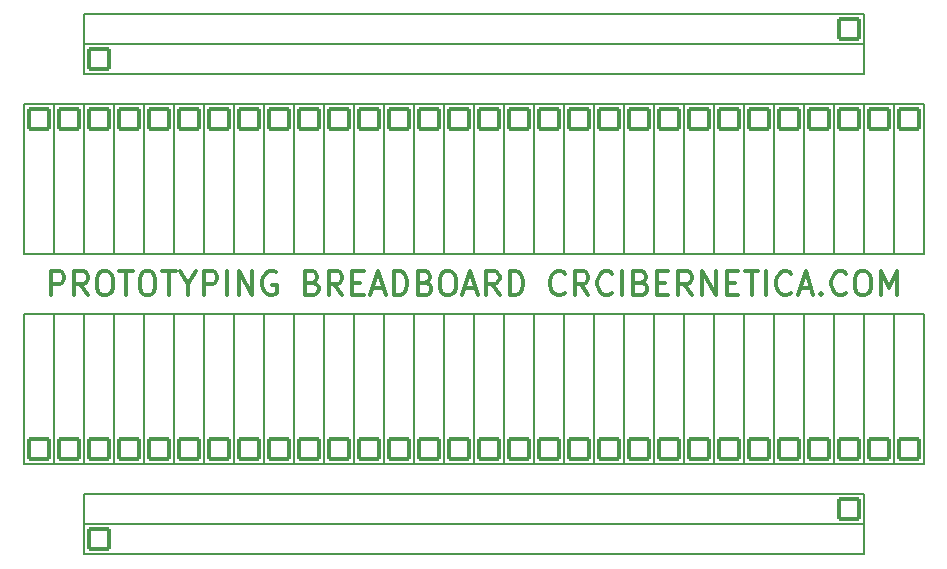
<source format=gbr>
%TF.GenerationSoftware,KiCad,Pcbnew,(6.0.7)*%
%TF.CreationDate,2022-10-24T07:09:43-06:00*%
%TF.ProjectId,AltoidsPCB,416c746f-6964-4735-9043-422e6b696361,rev?*%
%TF.SameCoordinates,Original*%
%TF.FileFunction,Legend,Top*%
%TF.FilePolarity,Positive*%
%FSLAX46Y46*%
G04 Gerber Fmt 4.6, Leading zero omitted, Abs format (unit mm)*
G04 Created by KiCad (PCBNEW (6.0.7)) date 2022-10-24 07:09:43*
%MOMM*%
%LPD*%
G01*
G04 APERTURE LIST*
G04 Aperture macros list*
%AMRoundRect*
0 Rectangle with rounded corners*
0 $1 Rounding radius*
0 $2 $3 $4 $5 $6 $7 $8 $9 X,Y pos of 4 corners*
0 Add a 4 corners polygon primitive as box body*
4,1,4,$2,$3,$4,$5,$6,$7,$8,$9,$2,$3,0*
0 Add four circle primitives for the rounded corners*
1,1,$1+$1,$2,$3*
1,1,$1+$1,$4,$5*
1,1,$1+$1,$6,$7*
1,1,$1+$1,$8,$9*
0 Add four rect primitives between the rounded corners*
20,1,$1+$1,$2,$3,$4,$5,0*
20,1,$1+$1,$4,$5,$6,$7,0*
20,1,$1+$1,$6,$7,$8,$9,0*
20,1,$1+$1,$8,$9,$2,$3,0*%
G04 Aperture macros list end*
%ADD10C,0.300000*%
%ADD11C,0.200000*%
%ADD12RoundRect,0.200000X0.850000X-0.850000X0.850000X0.850000X-0.850000X0.850000X-0.850000X-0.850000X0*%
%ADD13O,2.100000X2.100000*%
%ADD14RoundRect,0.200000X-0.850000X0.850000X-0.850000X-0.850000X0.850000X-0.850000X0.850000X0.850000X0*%
%ADD15RoundRect,0.200000X0.850000X0.850000X-0.850000X0.850000X-0.850000X-0.850000X0.850000X-0.850000X0*%
%ADD16RoundRect,0.200000X-0.850000X-0.850000X0.850000X-0.850000X0.850000X0.850000X-0.850000X0.850000X0*%
%ADD17C,2.100000*%
G04 APERTURE END LIST*
D10*
X102620476Y-84724761D02*
X102620476Y-82724761D01*
X103382380Y-82724761D01*
X103572857Y-82820000D01*
X103668095Y-82915238D01*
X103763333Y-83105714D01*
X103763333Y-83391428D01*
X103668095Y-83581904D01*
X103572857Y-83677142D01*
X103382380Y-83772380D01*
X102620476Y-83772380D01*
X105763333Y-84724761D02*
X105096666Y-83772380D01*
X104620476Y-84724761D02*
X104620476Y-82724761D01*
X105382380Y-82724761D01*
X105572857Y-82820000D01*
X105668095Y-82915238D01*
X105763333Y-83105714D01*
X105763333Y-83391428D01*
X105668095Y-83581904D01*
X105572857Y-83677142D01*
X105382380Y-83772380D01*
X104620476Y-83772380D01*
X107001428Y-82724761D02*
X107382380Y-82724761D01*
X107572857Y-82820000D01*
X107763333Y-83010476D01*
X107858571Y-83391428D01*
X107858571Y-84058095D01*
X107763333Y-84439047D01*
X107572857Y-84629523D01*
X107382380Y-84724761D01*
X107001428Y-84724761D01*
X106810952Y-84629523D01*
X106620476Y-84439047D01*
X106525238Y-84058095D01*
X106525238Y-83391428D01*
X106620476Y-83010476D01*
X106810952Y-82820000D01*
X107001428Y-82724761D01*
X108430000Y-82724761D02*
X109572857Y-82724761D01*
X109001428Y-84724761D02*
X109001428Y-82724761D01*
X110620476Y-82724761D02*
X111001428Y-82724761D01*
X111191904Y-82820000D01*
X111382380Y-83010476D01*
X111477619Y-83391428D01*
X111477619Y-84058095D01*
X111382380Y-84439047D01*
X111191904Y-84629523D01*
X111001428Y-84724761D01*
X110620476Y-84724761D01*
X110430000Y-84629523D01*
X110239523Y-84439047D01*
X110144285Y-84058095D01*
X110144285Y-83391428D01*
X110239523Y-83010476D01*
X110430000Y-82820000D01*
X110620476Y-82724761D01*
X112049047Y-82724761D02*
X113191904Y-82724761D01*
X112620476Y-84724761D02*
X112620476Y-82724761D01*
X114239523Y-83772380D02*
X114239523Y-84724761D01*
X113572857Y-82724761D02*
X114239523Y-83772380D01*
X114906190Y-82724761D01*
X115572857Y-84724761D02*
X115572857Y-82724761D01*
X116334761Y-82724761D01*
X116525238Y-82820000D01*
X116620476Y-82915238D01*
X116715714Y-83105714D01*
X116715714Y-83391428D01*
X116620476Y-83581904D01*
X116525238Y-83677142D01*
X116334761Y-83772380D01*
X115572857Y-83772380D01*
X117572857Y-84724761D02*
X117572857Y-82724761D01*
X118525238Y-84724761D02*
X118525238Y-82724761D01*
X119668095Y-84724761D01*
X119668095Y-82724761D01*
X121668095Y-82820000D02*
X121477619Y-82724761D01*
X121191904Y-82724761D01*
X120906190Y-82820000D01*
X120715714Y-83010476D01*
X120620476Y-83200952D01*
X120525238Y-83581904D01*
X120525238Y-83867619D01*
X120620476Y-84248571D01*
X120715714Y-84439047D01*
X120906190Y-84629523D01*
X121191904Y-84724761D01*
X121382380Y-84724761D01*
X121668095Y-84629523D01*
X121763333Y-84534285D01*
X121763333Y-83867619D01*
X121382380Y-83867619D01*
X124810952Y-83677142D02*
X125096666Y-83772380D01*
X125191904Y-83867619D01*
X125287142Y-84058095D01*
X125287142Y-84343809D01*
X125191904Y-84534285D01*
X125096666Y-84629523D01*
X124906190Y-84724761D01*
X124144285Y-84724761D01*
X124144285Y-82724761D01*
X124810952Y-82724761D01*
X125001428Y-82820000D01*
X125096666Y-82915238D01*
X125191904Y-83105714D01*
X125191904Y-83296190D01*
X125096666Y-83486666D01*
X125001428Y-83581904D01*
X124810952Y-83677142D01*
X124144285Y-83677142D01*
X127287142Y-84724761D02*
X126620476Y-83772380D01*
X126144285Y-84724761D02*
X126144285Y-82724761D01*
X126906190Y-82724761D01*
X127096666Y-82820000D01*
X127191904Y-82915238D01*
X127287142Y-83105714D01*
X127287142Y-83391428D01*
X127191904Y-83581904D01*
X127096666Y-83677142D01*
X126906190Y-83772380D01*
X126144285Y-83772380D01*
X128144285Y-83677142D02*
X128810952Y-83677142D01*
X129096666Y-84724761D02*
X128144285Y-84724761D01*
X128144285Y-82724761D01*
X129096666Y-82724761D01*
X129858571Y-84153333D02*
X130810952Y-84153333D01*
X129668095Y-84724761D02*
X130334761Y-82724761D01*
X131001428Y-84724761D01*
X131668095Y-84724761D02*
X131668095Y-82724761D01*
X132144285Y-82724761D01*
X132430000Y-82820000D01*
X132620476Y-83010476D01*
X132715714Y-83200952D01*
X132810952Y-83581904D01*
X132810952Y-83867619D01*
X132715714Y-84248571D01*
X132620476Y-84439047D01*
X132430000Y-84629523D01*
X132144285Y-84724761D01*
X131668095Y-84724761D01*
X134334761Y-83677142D02*
X134620476Y-83772380D01*
X134715714Y-83867619D01*
X134810952Y-84058095D01*
X134810952Y-84343809D01*
X134715714Y-84534285D01*
X134620476Y-84629523D01*
X134430000Y-84724761D01*
X133668095Y-84724761D01*
X133668095Y-82724761D01*
X134334761Y-82724761D01*
X134525238Y-82820000D01*
X134620476Y-82915238D01*
X134715714Y-83105714D01*
X134715714Y-83296190D01*
X134620476Y-83486666D01*
X134525238Y-83581904D01*
X134334761Y-83677142D01*
X133668095Y-83677142D01*
X136049047Y-82724761D02*
X136430000Y-82724761D01*
X136620476Y-82820000D01*
X136810952Y-83010476D01*
X136906190Y-83391428D01*
X136906190Y-84058095D01*
X136810952Y-84439047D01*
X136620476Y-84629523D01*
X136430000Y-84724761D01*
X136049047Y-84724761D01*
X135858571Y-84629523D01*
X135668095Y-84439047D01*
X135572857Y-84058095D01*
X135572857Y-83391428D01*
X135668095Y-83010476D01*
X135858571Y-82820000D01*
X136049047Y-82724761D01*
X137668095Y-84153333D02*
X138620476Y-84153333D01*
X137477619Y-84724761D02*
X138144285Y-82724761D01*
X138810952Y-84724761D01*
X140620476Y-84724761D02*
X139953809Y-83772380D01*
X139477619Y-84724761D02*
X139477619Y-82724761D01*
X140239523Y-82724761D01*
X140430000Y-82820000D01*
X140525238Y-82915238D01*
X140620476Y-83105714D01*
X140620476Y-83391428D01*
X140525238Y-83581904D01*
X140430000Y-83677142D01*
X140239523Y-83772380D01*
X139477619Y-83772380D01*
X141477619Y-84724761D02*
X141477619Y-82724761D01*
X141953809Y-82724761D01*
X142239523Y-82820000D01*
X142430000Y-83010476D01*
X142525238Y-83200952D01*
X142620476Y-83581904D01*
X142620476Y-83867619D01*
X142525238Y-84248571D01*
X142430000Y-84439047D01*
X142239523Y-84629523D01*
X141953809Y-84724761D01*
X141477619Y-84724761D01*
X146144285Y-84534285D02*
X146049047Y-84629523D01*
X145763333Y-84724761D01*
X145572857Y-84724761D01*
X145287142Y-84629523D01*
X145096666Y-84439047D01*
X145001428Y-84248571D01*
X144906190Y-83867619D01*
X144906190Y-83581904D01*
X145001428Y-83200952D01*
X145096666Y-83010476D01*
X145287142Y-82820000D01*
X145572857Y-82724761D01*
X145763333Y-82724761D01*
X146049047Y-82820000D01*
X146144285Y-82915238D01*
X148144285Y-84724761D02*
X147477619Y-83772380D01*
X147001428Y-84724761D02*
X147001428Y-82724761D01*
X147763333Y-82724761D01*
X147953809Y-82820000D01*
X148049047Y-82915238D01*
X148144285Y-83105714D01*
X148144285Y-83391428D01*
X148049047Y-83581904D01*
X147953809Y-83677142D01*
X147763333Y-83772380D01*
X147001428Y-83772380D01*
X150144285Y-84534285D02*
X150049047Y-84629523D01*
X149763333Y-84724761D01*
X149572857Y-84724761D01*
X149287142Y-84629523D01*
X149096666Y-84439047D01*
X149001428Y-84248571D01*
X148906190Y-83867619D01*
X148906190Y-83581904D01*
X149001428Y-83200952D01*
X149096666Y-83010476D01*
X149287142Y-82820000D01*
X149572857Y-82724761D01*
X149763333Y-82724761D01*
X150049047Y-82820000D01*
X150144285Y-82915238D01*
X151001428Y-84724761D02*
X151001428Y-82724761D01*
X152620476Y-83677142D02*
X152906190Y-83772380D01*
X153001428Y-83867619D01*
X153096666Y-84058095D01*
X153096666Y-84343809D01*
X153001428Y-84534285D01*
X152906190Y-84629523D01*
X152715714Y-84724761D01*
X151953809Y-84724761D01*
X151953809Y-82724761D01*
X152620476Y-82724761D01*
X152810952Y-82820000D01*
X152906190Y-82915238D01*
X153001428Y-83105714D01*
X153001428Y-83296190D01*
X152906190Y-83486666D01*
X152810952Y-83581904D01*
X152620476Y-83677142D01*
X151953809Y-83677142D01*
X153953809Y-83677142D02*
X154620476Y-83677142D01*
X154906190Y-84724761D02*
X153953809Y-84724761D01*
X153953809Y-82724761D01*
X154906190Y-82724761D01*
X156906190Y-84724761D02*
X156239523Y-83772380D01*
X155763333Y-84724761D02*
X155763333Y-82724761D01*
X156525238Y-82724761D01*
X156715714Y-82820000D01*
X156810952Y-82915238D01*
X156906190Y-83105714D01*
X156906190Y-83391428D01*
X156810952Y-83581904D01*
X156715714Y-83677142D01*
X156525238Y-83772380D01*
X155763333Y-83772380D01*
X157763333Y-84724761D02*
X157763333Y-82724761D01*
X158906190Y-84724761D01*
X158906190Y-82724761D01*
X159858571Y-83677142D02*
X160525238Y-83677142D01*
X160810952Y-84724761D02*
X159858571Y-84724761D01*
X159858571Y-82724761D01*
X160810952Y-82724761D01*
X161382380Y-82724761D02*
X162525238Y-82724761D01*
X161953809Y-84724761D02*
X161953809Y-82724761D01*
X163191904Y-84724761D02*
X163191904Y-82724761D01*
X165287142Y-84534285D02*
X165191904Y-84629523D01*
X164906190Y-84724761D01*
X164715714Y-84724761D01*
X164430000Y-84629523D01*
X164239523Y-84439047D01*
X164144285Y-84248571D01*
X164049047Y-83867619D01*
X164049047Y-83581904D01*
X164144285Y-83200952D01*
X164239523Y-83010476D01*
X164430000Y-82820000D01*
X164715714Y-82724761D01*
X164906190Y-82724761D01*
X165191904Y-82820000D01*
X165287142Y-82915238D01*
X166049047Y-84153333D02*
X167001428Y-84153333D01*
X165858571Y-84724761D02*
X166525238Y-82724761D01*
X167191904Y-84724761D01*
X167858571Y-84534285D02*
X167953809Y-84629523D01*
X167858571Y-84724761D01*
X167763333Y-84629523D01*
X167858571Y-84534285D01*
X167858571Y-84724761D01*
X169953809Y-84534285D02*
X169858571Y-84629523D01*
X169572857Y-84724761D01*
X169382380Y-84724761D01*
X169096666Y-84629523D01*
X168906190Y-84439047D01*
X168810952Y-84248571D01*
X168715714Y-83867619D01*
X168715714Y-83581904D01*
X168810952Y-83200952D01*
X168906190Y-83010476D01*
X169096666Y-82820000D01*
X169382380Y-82724761D01*
X169572857Y-82724761D01*
X169858571Y-82820000D01*
X169953809Y-82915238D01*
X171191904Y-82724761D02*
X171572857Y-82724761D01*
X171763333Y-82820000D01*
X171953809Y-83010476D01*
X172049047Y-83391428D01*
X172049047Y-84058095D01*
X171953809Y-84439047D01*
X171763333Y-84629523D01*
X171572857Y-84724761D01*
X171191904Y-84724761D01*
X171001428Y-84629523D01*
X170810952Y-84439047D01*
X170715714Y-84058095D01*
X170715714Y-83391428D01*
X170810952Y-83010476D01*
X171001428Y-82820000D01*
X171191904Y-82724761D01*
X172906190Y-84724761D02*
X172906190Y-82724761D01*
X173572857Y-84153333D01*
X174239523Y-82724761D01*
X174239523Y-84724761D01*
D11*
X135890000Y-81280000D02*
X135890000Y-68580000D01*
X120650000Y-81280000D02*
X120650000Y-68580000D01*
X171450000Y-81280000D02*
X171450000Y-68580000D01*
X168910000Y-81280000D02*
X168910000Y-68580000D01*
X161290000Y-81280000D02*
X161290000Y-68580000D01*
X128270000Y-81280000D02*
X128270000Y-68580000D01*
X158750000Y-81280000D02*
X158750000Y-68580000D01*
X133350000Y-81280000D02*
X133350000Y-68580000D01*
X151130000Y-81280000D02*
X151130000Y-68580000D01*
X148590000Y-81280000D02*
X148590000Y-68580000D01*
X138430000Y-81280000D02*
X138430000Y-68580000D01*
X156210000Y-81280000D02*
X156210000Y-68580000D01*
X140970000Y-81280000D02*
X140970000Y-68580000D01*
X153670000Y-81280000D02*
X153670000Y-68580000D01*
X146050000Y-81280000D02*
X146050000Y-68580000D01*
X125730000Y-81280000D02*
X125730000Y-68580000D01*
X130810000Y-81280000D02*
X130810000Y-68580000D01*
X123190000Y-81280000D02*
X123190000Y-68580000D01*
X102870000Y-68580000D02*
X105410000Y-68580000D01*
X173990000Y-81280000D02*
X173990000Y-68580000D01*
X166370000Y-81280000D02*
X166370000Y-68580000D01*
X163830000Y-81280000D02*
X163830000Y-68580000D01*
X143510000Y-81280000D02*
X143510000Y-68580000D01*
X105410000Y-68580000D02*
X107950000Y-68580000D01*
X161290000Y-68580000D02*
X163830000Y-68580000D01*
X138430000Y-68580000D02*
X140970000Y-68580000D01*
X107950000Y-68580000D02*
X110490000Y-68580000D01*
X146050000Y-68580000D02*
X148590000Y-68580000D01*
X156210000Y-68580000D02*
X158750000Y-68580000D01*
X120650000Y-68580000D02*
X123190000Y-68580000D01*
X128270000Y-68580000D02*
X130810000Y-68580000D01*
X166370000Y-68580000D02*
X168910000Y-68580000D01*
X148590000Y-68580000D02*
X151130000Y-68580000D01*
X130810000Y-68580000D02*
X133350000Y-68580000D01*
X125730000Y-68580000D02*
X128270000Y-68580000D01*
X171450000Y-68580000D02*
X173990000Y-68580000D01*
X135890000Y-68580000D02*
X138430000Y-68580000D01*
X115570000Y-68580000D02*
X118110000Y-68580000D01*
X173990000Y-68580000D02*
X176530000Y-68580000D01*
X151130000Y-68580000D02*
X153670000Y-68580000D01*
X143510000Y-68580000D02*
X146050000Y-68580000D01*
X123190000Y-68580000D02*
X125730000Y-68580000D01*
X118110000Y-68580000D02*
X120650000Y-68580000D01*
X113030000Y-68580000D02*
X115570000Y-68580000D01*
X153670000Y-68580000D02*
X156210000Y-68580000D01*
X168910000Y-68580000D02*
X171450000Y-68580000D01*
X158750000Y-68580000D02*
X161290000Y-68580000D01*
X163830000Y-68580000D02*
X166370000Y-68580000D01*
X133350000Y-68580000D02*
X135890000Y-68580000D01*
X140970000Y-68580000D02*
X143510000Y-68580000D01*
X110490000Y-68580000D02*
X113030000Y-68580000D01*
X123190000Y-68580000D02*
X123190000Y-81280000D01*
X113030000Y-68580000D02*
X113030000Y-81280000D01*
X151130000Y-68580000D02*
X151130000Y-81280000D01*
X148590000Y-68580000D02*
X148590000Y-81280000D01*
X146050000Y-68580000D02*
X146050000Y-81280000D01*
X143510000Y-68580000D02*
X143510000Y-81280000D01*
X140970000Y-68580000D02*
X140970000Y-81280000D01*
X138430000Y-68580000D02*
X138430000Y-81280000D01*
X135890000Y-68580000D02*
X135890000Y-81280000D01*
X133350000Y-68580000D02*
X133350000Y-81280000D01*
X118110000Y-68580000D02*
X118110000Y-81280000D01*
X107950000Y-68580000D02*
X107950000Y-81280000D01*
X130810000Y-68580000D02*
X130810000Y-81280000D01*
X120650000Y-68580000D02*
X120650000Y-81280000D01*
X128270000Y-68580000D02*
X128270000Y-81280000D01*
X125730000Y-68580000D02*
X125730000Y-81280000D01*
X115570000Y-68580000D02*
X115570000Y-81280000D01*
X110490000Y-68580000D02*
X110490000Y-81280000D01*
X105410000Y-68580000D02*
X105410000Y-81280000D01*
X156210000Y-68580000D02*
X156210000Y-81280000D01*
X110490000Y-81280000D02*
X107950000Y-81280000D01*
X161290000Y-68580000D02*
X161290000Y-81280000D01*
X107950000Y-81280000D02*
X105410000Y-81280000D01*
X173990000Y-68580000D02*
X173990000Y-81280000D01*
X168910000Y-68580000D02*
X168910000Y-81280000D01*
X158750000Y-68580000D02*
X158750000Y-81280000D01*
X125730000Y-81280000D02*
X123190000Y-81280000D01*
X163830000Y-68580000D02*
X163830000Y-81280000D01*
X176530000Y-68580000D02*
X176530000Y-81280000D01*
X153670000Y-68580000D02*
X153670000Y-81280000D01*
X171450000Y-68580000D02*
X171450000Y-81280000D01*
X118110000Y-81280000D02*
X115570000Y-81280000D01*
X166370000Y-68580000D02*
X166370000Y-81280000D01*
X135890000Y-81280000D02*
X133350000Y-81280000D01*
X133350000Y-81280000D02*
X130810000Y-81280000D01*
X130810000Y-81280000D02*
X128270000Y-81280000D01*
X123190000Y-81280000D02*
X120650000Y-81280000D01*
X120650000Y-81280000D02*
X118110000Y-81280000D01*
X115570000Y-81280000D02*
X113030000Y-81280000D01*
X113030000Y-81280000D02*
X110490000Y-81280000D01*
X105410000Y-81280000D02*
X102870000Y-81280000D01*
X128270000Y-81280000D02*
X125730000Y-81280000D01*
X118110000Y-81280000D02*
X118110000Y-68580000D01*
X115570000Y-81280000D02*
X115570000Y-68580000D01*
X173990000Y-81280000D02*
X171450000Y-81280000D01*
X113030000Y-81280000D02*
X113030000Y-68580000D01*
X110490000Y-81280000D02*
X110490000Y-68580000D01*
X102870000Y-81280000D02*
X102870000Y-68580000D01*
X163830000Y-81280000D02*
X161290000Y-81280000D01*
X107950000Y-81280000D02*
X107950000Y-68580000D01*
X105410000Y-81280000D02*
X105410000Y-68580000D01*
X140970000Y-81280000D02*
X138430000Y-81280000D01*
X166370000Y-81280000D02*
X163830000Y-81280000D01*
X161290000Y-81280000D02*
X158750000Y-81280000D01*
X158750000Y-81280000D02*
X156210000Y-81280000D01*
X143510000Y-81280000D02*
X140970000Y-81280000D01*
X171450000Y-81280000D02*
X168910000Y-81280000D01*
X138430000Y-81280000D02*
X135890000Y-81280000D01*
X153670000Y-81280000D02*
X151130000Y-81280000D01*
X176530000Y-81280000D02*
X173990000Y-81280000D01*
X168910000Y-81280000D02*
X166370000Y-81280000D01*
X156210000Y-81280000D02*
X153670000Y-81280000D01*
X151130000Y-81280000D02*
X148590000Y-81280000D01*
X148590000Y-81280000D02*
X146050000Y-81280000D01*
X146050000Y-81280000D02*
X143510000Y-81280000D01*
X100330000Y-68580000D02*
X102870000Y-68580000D01*
X100330000Y-81280000D02*
X100330000Y-68580000D01*
X102870000Y-81280000D02*
X100330000Y-81280000D01*
X102870000Y-68580000D02*
X102870000Y-81280000D01*
X173990000Y-86360000D02*
X176530000Y-86360000D01*
X171450000Y-86360000D02*
X173990000Y-86360000D01*
X168910000Y-86360000D02*
X171450000Y-86360000D01*
X166370000Y-86360000D02*
X168910000Y-86360000D01*
X163830000Y-86360000D02*
X166370000Y-86360000D01*
X161290000Y-86360000D02*
X163830000Y-86360000D01*
X158750000Y-86360000D02*
X161290000Y-86360000D01*
X156210000Y-86360000D02*
X158750000Y-86360000D01*
X153670000Y-86360000D02*
X156210000Y-86360000D01*
X151130000Y-86360000D02*
X153670000Y-86360000D01*
X148590000Y-86360000D02*
X151130000Y-86360000D01*
X146050000Y-86360000D02*
X148590000Y-86360000D01*
X143510000Y-86360000D02*
X146050000Y-86360000D01*
X140970000Y-86360000D02*
X143510000Y-86360000D01*
X138430000Y-86360000D02*
X140970000Y-86360000D01*
X135890000Y-86360000D02*
X138430000Y-86360000D01*
X133350000Y-86360000D02*
X135890000Y-86360000D01*
X130810000Y-86360000D02*
X133350000Y-86360000D01*
X128270000Y-86360000D02*
X130810000Y-86360000D01*
X125730000Y-86360000D02*
X128270000Y-86360000D01*
X123190000Y-86360000D02*
X125730000Y-86360000D01*
X120650000Y-86360000D02*
X123190000Y-86360000D01*
X118110000Y-86360000D02*
X120650000Y-86360000D01*
X115570000Y-86360000D02*
X118110000Y-86360000D01*
X113030000Y-86360000D02*
X115570000Y-86360000D01*
X110490000Y-86360000D02*
X113030000Y-86360000D01*
X107950000Y-86360000D02*
X110490000Y-86360000D01*
X105410000Y-86360000D02*
X107950000Y-86360000D01*
X102870000Y-86360000D02*
X105410000Y-86360000D01*
X173990000Y-99060000D02*
X173990000Y-86360000D01*
X171450000Y-99060000D02*
X171450000Y-86360000D01*
X168910000Y-99060000D02*
X168910000Y-86360000D01*
X166370000Y-99060000D02*
X166370000Y-86360000D01*
X163830000Y-99060000D02*
X163830000Y-86360000D01*
X161290000Y-99060000D02*
X161290000Y-86360000D01*
X158750000Y-99060000D02*
X158750000Y-86360000D01*
X156210000Y-99060000D02*
X156210000Y-86360000D01*
X153670000Y-99060000D02*
X153670000Y-86360000D01*
X151130000Y-99060000D02*
X151130000Y-86360000D01*
X148590000Y-99060000D02*
X148590000Y-86360000D01*
X146050000Y-99060000D02*
X146050000Y-86360000D01*
X143510000Y-99060000D02*
X143510000Y-86360000D01*
X140970000Y-99060000D02*
X140970000Y-86360000D01*
X138430000Y-99060000D02*
X138430000Y-86360000D01*
X135890000Y-99060000D02*
X135890000Y-86360000D01*
X133350000Y-99060000D02*
X133350000Y-86360000D01*
X130810000Y-99060000D02*
X130810000Y-86360000D01*
X128270000Y-99060000D02*
X128270000Y-86360000D01*
X125730000Y-99060000D02*
X125730000Y-86360000D01*
X123190000Y-99060000D02*
X123190000Y-86360000D01*
X120650000Y-99060000D02*
X120650000Y-86360000D01*
X118110000Y-99060000D02*
X118110000Y-86360000D01*
X115570000Y-99060000D02*
X115570000Y-86360000D01*
X113030000Y-99060000D02*
X113030000Y-86360000D01*
X110490000Y-99060000D02*
X110490000Y-86360000D01*
X107950000Y-99060000D02*
X107950000Y-86360000D01*
X105410000Y-99060000D02*
X105410000Y-86360000D01*
X102870000Y-99060000D02*
X102870000Y-86360000D01*
X176530000Y-99060000D02*
X173990000Y-99060000D01*
X173990000Y-99060000D02*
X171450000Y-99060000D01*
X171450000Y-99060000D02*
X168910000Y-99060000D01*
X168910000Y-99060000D02*
X166370000Y-99060000D01*
X166370000Y-99060000D02*
X163830000Y-99060000D01*
X163830000Y-99060000D02*
X161290000Y-99060000D01*
X161290000Y-99060000D02*
X158750000Y-99060000D01*
X158750000Y-99060000D02*
X156210000Y-99060000D01*
X156210000Y-99060000D02*
X153670000Y-99060000D01*
X153670000Y-99060000D02*
X151130000Y-99060000D01*
X151130000Y-99060000D02*
X148590000Y-99060000D01*
X148590000Y-99060000D02*
X146050000Y-99060000D01*
X146050000Y-99060000D02*
X143510000Y-99060000D01*
X143510000Y-99060000D02*
X140970000Y-99060000D01*
X140970000Y-99060000D02*
X138430000Y-99060000D01*
X138430000Y-99060000D02*
X135890000Y-99060000D01*
X135890000Y-99060000D02*
X133350000Y-99060000D01*
X133350000Y-99060000D02*
X130810000Y-99060000D01*
X130810000Y-99060000D02*
X128270000Y-99060000D01*
X128270000Y-99060000D02*
X125730000Y-99060000D01*
X125730000Y-99060000D02*
X123190000Y-99060000D01*
X123190000Y-99060000D02*
X120650000Y-99060000D01*
X120650000Y-99060000D02*
X118110000Y-99060000D01*
X118110000Y-99060000D02*
X115570000Y-99060000D01*
X115570000Y-99060000D02*
X113030000Y-99060000D01*
X113030000Y-99060000D02*
X110490000Y-99060000D01*
X110490000Y-99060000D02*
X107950000Y-99060000D01*
X107950000Y-99060000D02*
X105410000Y-99060000D01*
X105410000Y-99060000D02*
X102870000Y-99060000D01*
X176530000Y-86360000D02*
X176530000Y-99060000D01*
X173990000Y-86360000D02*
X173990000Y-99060000D01*
X171450000Y-86360000D02*
X171450000Y-99060000D01*
X168910000Y-86360000D02*
X168910000Y-99060000D01*
X166370000Y-86360000D02*
X166370000Y-99060000D01*
X163830000Y-86360000D02*
X163830000Y-99060000D01*
X161290000Y-86360000D02*
X161290000Y-99060000D01*
X158750000Y-86360000D02*
X158750000Y-99060000D01*
X156210000Y-86360000D02*
X156210000Y-99060000D01*
X153670000Y-86360000D02*
X153670000Y-99060000D01*
X151130000Y-86360000D02*
X151130000Y-99060000D01*
X148590000Y-86360000D02*
X148590000Y-99060000D01*
X146050000Y-86360000D02*
X146050000Y-99060000D01*
X143510000Y-86360000D02*
X143510000Y-99060000D01*
X140970000Y-86360000D02*
X140970000Y-99060000D01*
X138430000Y-86360000D02*
X138430000Y-99060000D01*
X135890000Y-86360000D02*
X135890000Y-99060000D01*
X133350000Y-86360000D02*
X133350000Y-99060000D01*
X130810000Y-86360000D02*
X130810000Y-99060000D01*
X128270000Y-86360000D02*
X128270000Y-99060000D01*
X125730000Y-86360000D02*
X125730000Y-99060000D01*
X123190000Y-86360000D02*
X123190000Y-99060000D01*
X120650000Y-86360000D02*
X120650000Y-99060000D01*
X118110000Y-86360000D02*
X118110000Y-99060000D01*
X115570000Y-86360000D02*
X115570000Y-99060000D01*
X113030000Y-86360000D02*
X113030000Y-99060000D01*
X110490000Y-86360000D02*
X110490000Y-99060000D01*
X107950000Y-86360000D02*
X107950000Y-99060000D01*
X105410000Y-86360000D02*
X105410000Y-99060000D01*
X100330000Y-99060000D02*
X100330000Y-86360000D01*
X102870000Y-99060000D02*
X100330000Y-99060000D01*
X102870000Y-86360000D02*
X102870000Y-99060000D01*
X100330000Y-86360000D02*
X102870000Y-86360000D01*
X105410000Y-104140000D02*
X171450000Y-104140000D01*
X105410000Y-106680000D02*
X105410000Y-101600000D01*
X171450000Y-106680000D02*
X105410000Y-106680000D01*
X171450000Y-101600000D02*
X171450000Y-106680000D01*
X105410000Y-101600000D02*
X171450000Y-101600000D01*
X105410000Y-66040000D02*
X105410000Y-63500000D01*
X171450000Y-66040000D02*
X105410000Y-66040000D01*
X171450000Y-63500000D02*
X171450000Y-66040000D01*
X171450000Y-60960000D02*
X171450000Y-63500000D01*
X105410000Y-60960000D02*
X171450000Y-60960000D01*
X105410000Y-63500000D02*
X105410000Y-60960000D01*
X105410000Y-63500000D02*
X171450000Y-63500000D01*
%LPC*%
D12*
%TO.C,J2*%
X106680000Y-105410000D03*
D13*
X109220000Y-105410000D03*
X111760000Y-105410000D03*
X114300000Y-105410000D03*
X116840000Y-105410000D03*
X119380000Y-105410000D03*
X121920000Y-105410000D03*
X124460000Y-105410000D03*
X127000000Y-105410000D03*
X129540000Y-105410000D03*
X132080000Y-105410000D03*
X134620000Y-105410000D03*
X137160000Y-105410000D03*
X139700000Y-105410000D03*
X142240000Y-105410000D03*
X144780000Y-105410000D03*
X147320000Y-105410000D03*
X149860000Y-105410000D03*
X152400000Y-105410000D03*
X154940000Y-105410000D03*
X157480000Y-105410000D03*
X160020000Y-105410000D03*
X162560000Y-105410000D03*
X165100000Y-105410000D03*
X167640000Y-105410000D03*
X170180000Y-105410000D03*
%TD*%
D14*
%TO.C,J2*%
X170180000Y-102870000D03*
D13*
X167640000Y-102870000D03*
X165100000Y-102870000D03*
X162560000Y-102870000D03*
X160020000Y-102870000D03*
X157480000Y-102870000D03*
X154940000Y-102870000D03*
X152400000Y-102870000D03*
X149860000Y-102870000D03*
X147320000Y-102870000D03*
X144780000Y-102870000D03*
X142240000Y-102870000D03*
X139700000Y-102870000D03*
X137160000Y-102870000D03*
X134620000Y-102870000D03*
X132080000Y-102870000D03*
X129540000Y-102870000D03*
X127000000Y-102870000D03*
X124460000Y-102870000D03*
X121920000Y-102870000D03*
X119380000Y-102870000D03*
X116840000Y-102870000D03*
X114300000Y-102870000D03*
X111760000Y-102870000D03*
X109220000Y-102870000D03*
X106680000Y-102870000D03*
%TD*%
D14*
%TO.C,J2*%
X170180000Y-62230000D03*
D13*
X167640000Y-62230000D03*
X165100000Y-62230000D03*
X162560000Y-62230000D03*
X160020000Y-62230000D03*
X157480000Y-62230000D03*
X154940000Y-62230000D03*
X152400000Y-62230000D03*
X149860000Y-62230000D03*
X147320000Y-62230000D03*
X144780000Y-62230000D03*
X142240000Y-62230000D03*
X139700000Y-62230000D03*
X137160000Y-62230000D03*
X134620000Y-62230000D03*
X132080000Y-62230000D03*
X129540000Y-62230000D03*
X127000000Y-62230000D03*
X124460000Y-62230000D03*
X121920000Y-62230000D03*
X119380000Y-62230000D03*
X116840000Y-62230000D03*
X114300000Y-62230000D03*
X111760000Y-62230000D03*
X109220000Y-62230000D03*
X106680000Y-62230000D03*
%TD*%
D12*
%TO.C,J2*%
X106680000Y-64770000D03*
D13*
X109220000Y-64770000D03*
X111760000Y-64770000D03*
X114300000Y-64770000D03*
X116840000Y-64770000D03*
X119380000Y-64770000D03*
X121920000Y-64770000D03*
X124460000Y-64770000D03*
X127000000Y-64770000D03*
X129540000Y-64770000D03*
X132080000Y-64770000D03*
X134620000Y-64770000D03*
X137160000Y-64770000D03*
X139700000Y-64770000D03*
X142240000Y-64770000D03*
X144780000Y-64770000D03*
X147320000Y-64770000D03*
X149860000Y-64770000D03*
X152400000Y-64770000D03*
X154940000Y-64770000D03*
X157480000Y-64770000D03*
X160020000Y-64770000D03*
X162560000Y-64770000D03*
X165100000Y-64770000D03*
X167640000Y-64770000D03*
X170180000Y-64770000D03*
%TD*%
D15*
%TO.C,J1*%
X114300000Y-97790000D03*
D13*
X114300000Y-95250000D03*
X114300000Y-92710000D03*
X114300000Y-90170000D03*
X114300000Y-87630000D03*
%TD*%
D15*
%TO.C,J1*%
X104140000Y-97790000D03*
D13*
X104140000Y-95250000D03*
X104140000Y-92710000D03*
X104140000Y-90170000D03*
X104140000Y-87630000D03*
%TD*%
D15*
%TO.C,J1*%
X119380000Y-97790000D03*
D13*
X119380000Y-95250000D03*
X119380000Y-92710000D03*
X119380000Y-90170000D03*
X119380000Y-87630000D03*
%TD*%
D15*
%TO.C,J1*%
X116840000Y-97790000D03*
D13*
X116840000Y-95250000D03*
X116840000Y-92710000D03*
X116840000Y-90170000D03*
X116840000Y-87630000D03*
%TD*%
D15*
%TO.C,J1*%
X111760000Y-97790000D03*
D13*
X111760000Y-95250000D03*
X111760000Y-92710000D03*
X111760000Y-90170000D03*
X111760000Y-87630000D03*
%TD*%
D15*
%TO.C,J1*%
X106680000Y-97790000D03*
D13*
X106680000Y-95250000D03*
X106680000Y-92710000D03*
X106680000Y-90170000D03*
X106680000Y-87630000D03*
%TD*%
D15*
%TO.C,J1*%
X121920000Y-97790000D03*
D13*
X121920000Y-95250000D03*
X121920000Y-92710000D03*
X121920000Y-90170000D03*
X121920000Y-87630000D03*
%TD*%
D15*
%TO.C,J1*%
X109220000Y-97790000D03*
D13*
X109220000Y-95250000D03*
X109220000Y-92710000D03*
X109220000Y-90170000D03*
X109220000Y-87630000D03*
%TD*%
D15*
%TO.C,J1*%
X101600000Y-97790000D03*
D13*
X101600000Y-95250000D03*
X101600000Y-92710000D03*
X101600000Y-90170000D03*
X101600000Y-87630000D03*
%TD*%
D15*
%TO.C,J1*%
X172720000Y-97790000D03*
D13*
X172720000Y-95250000D03*
X172720000Y-92710000D03*
X172720000Y-90170000D03*
X172720000Y-87630000D03*
%TD*%
D15*
%TO.C,J1*%
X154940000Y-97790000D03*
D13*
X154940000Y-95250000D03*
X154940000Y-92710000D03*
X154940000Y-90170000D03*
X154940000Y-87630000D03*
%TD*%
D15*
%TO.C,J1*%
X149860000Y-97790000D03*
D13*
X149860000Y-95250000D03*
X149860000Y-92710000D03*
X149860000Y-90170000D03*
X149860000Y-87630000D03*
%TD*%
D15*
%TO.C,J1*%
X170180000Y-97790000D03*
D13*
X170180000Y-95250000D03*
X170180000Y-92710000D03*
X170180000Y-90170000D03*
X170180000Y-87630000D03*
%TD*%
D15*
%TO.C,J1*%
X152400000Y-97790000D03*
D13*
X152400000Y-95250000D03*
X152400000Y-92710000D03*
X152400000Y-90170000D03*
X152400000Y-87630000D03*
%TD*%
D15*
%TO.C,J1*%
X157480000Y-97790000D03*
D13*
X157480000Y-95250000D03*
X157480000Y-92710000D03*
X157480000Y-90170000D03*
X157480000Y-87630000D03*
%TD*%
D15*
%TO.C,J1*%
X160020000Y-97790000D03*
D13*
X160020000Y-95250000D03*
X160020000Y-92710000D03*
X160020000Y-90170000D03*
X160020000Y-87630000D03*
%TD*%
D15*
%TO.C,J1*%
X162560000Y-97790000D03*
D13*
X162560000Y-95250000D03*
X162560000Y-92710000D03*
X162560000Y-90170000D03*
X162560000Y-87630000D03*
%TD*%
D15*
%TO.C,J1*%
X147320000Y-97790000D03*
D13*
X147320000Y-95250000D03*
X147320000Y-92710000D03*
X147320000Y-90170000D03*
X147320000Y-87630000D03*
%TD*%
D15*
%TO.C,J1*%
X142240000Y-97790000D03*
D13*
X142240000Y-95250000D03*
X142240000Y-92710000D03*
X142240000Y-90170000D03*
X142240000Y-87630000D03*
%TD*%
D15*
%TO.C,J1*%
X165100000Y-97790000D03*
D13*
X165100000Y-95250000D03*
X165100000Y-92710000D03*
X165100000Y-90170000D03*
X165100000Y-87630000D03*
%TD*%
D15*
%TO.C,J1*%
X167640000Y-97790000D03*
D13*
X167640000Y-95250000D03*
X167640000Y-92710000D03*
X167640000Y-90170000D03*
X167640000Y-87630000D03*
%TD*%
D15*
%TO.C,J1*%
X144780000Y-97790000D03*
D13*
X144780000Y-95250000D03*
X144780000Y-92710000D03*
X144780000Y-90170000D03*
X144780000Y-87630000D03*
%TD*%
D15*
%TO.C,J1*%
X139700000Y-97790000D03*
D13*
X139700000Y-95250000D03*
X139700000Y-92710000D03*
X139700000Y-90170000D03*
X139700000Y-87630000D03*
%TD*%
D15*
%TO.C,J1*%
X132080000Y-97790000D03*
D13*
X132080000Y-95250000D03*
X132080000Y-92710000D03*
X132080000Y-90170000D03*
X132080000Y-87630000D03*
%TD*%
D15*
%TO.C,J1*%
X134620000Y-97790000D03*
D13*
X134620000Y-95250000D03*
X134620000Y-92710000D03*
X134620000Y-90170000D03*
X134620000Y-87630000D03*
%TD*%
D15*
%TO.C,J1*%
X175260000Y-97790000D03*
D13*
X175260000Y-95250000D03*
X175260000Y-92710000D03*
X175260000Y-90170000D03*
X175260000Y-87630000D03*
%TD*%
D15*
%TO.C,J1*%
X137160000Y-97790000D03*
D13*
X137160000Y-95250000D03*
X137160000Y-92710000D03*
X137160000Y-90170000D03*
X137160000Y-87630000D03*
%TD*%
D15*
%TO.C,J1*%
X129540000Y-97790000D03*
D13*
X129540000Y-95250000D03*
X129540000Y-92710000D03*
X129540000Y-90170000D03*
X129540000Y-87630000D03*
%TD*%
D15*
%TO.C,J1*%
X124460000Y-97790000D03*
D13*
X124460000Y-95250000D03*
X124460000Y-92710000D03*
X124460000Y-90170000D03*
X124460000Y-87630000D03*
%TD*%
D15*
%TO.C,J1*%
X127000000Y-97790000D03*
D13*
X127000000Y-95250000D03*
X127000000Y-92710000D03*
X127000000Y-90170000D03*
X127000000Y-87630000D03*
%TD*%
D16*
%TO.C,J1*%
X175260000Y-69850000D03*
D13*
X175260000Y-72390000D03*
X175260000Y-74930000D03*
X175260000Y-77470000D03*
X175260000Y-80010000D03*
%TD*%
D16*
%TO.C,J1*%
X172720000Y-69850000D03*
D13*
X172720000Y-72390000D03*
X172720000Y-74930000D03*
X172720000Y-77470000D03*
X172720000Y-80010000D03*
%TD*%
D16*
%TO.C,J1*%
X170180000Y-69850000D03*
D13*
X170180000Y-72390000D03*
X170180000Y-74930000D03*
X170180000Y-77470000D03*
X170180000Y-80010000D03*
%TD*%
D16*
%TO.C,J1*%
X167640000Y-69850000D03*
D13*
X167640000Y-72390000D03*
X167640000Y-74930000D03*
X167640000Y-77470000D03*
X167640000Y-80010000D03*
%TD*%
D16*
%TO.C,J1*%
X165100000Y-69850000D03*
D13*
X165100000Y-72390000D03*
X165100000Y-74930000D03*
X165100000Y-77470000D03*
X165100000Y-80010000D03*
%TD*%
D16*
%TO.C,J1*%
X162560000Y-69850000D03*
D13*
X162560000Y-72390000D03*
X162560000Y-74930000D03*
X162560000Y-77470000D03*
X162560000Y-80010000D03*
%TD*%
D16*
%TO.C,J1*%
X160020000Y-69850000D03*
D13*
X160020000Y-72390000D03*
X160020000Y-74930000D03*
X160020000Y-77470000D03*
X160020000Y-80010000D03*
%TD*%
D16*
%TO.C,J1*%
X157480000Y-69850000D03*
D13*
X157480000Y-72390000D03*
X157480000Y-74930000D03*
X157480000Y-77470000D03*
X157480000Y-80010000D03*
%TD*%
D16*
%TO.C,J1*%
X154940000Y-69850000D03*
D13*
X154940000Y-72390000D03*
X154940000Y-74930000D03*
X154940000Y-77470000D03*
X154940000Y-80010000D03*
%TD*%
D16*
%TO.C,J1*%
X152400000Y-69850000D03*
D13*
X152400000Y-72390000D03*
X152400000Y-74930000D03*
X152400000Y-77470000D03*
X152400000Y-80010000D03*
%TD*%
D16*
%TO.C,J1*%
X149860000Y-69850000D03*
D13*
X149860000Y-72390000D03*
X149860000Y-74930000D03*
X149860000Y-77470000D03*
X149860000Y-80010000D03*
%TD*%
D16*
%TO.C,J1*%
X147320000Y-69850000D03*
D13*
X147320000Y-72390000D03*
X147320000Y-74930000D03*
X147320000Y-77470000D03*
X147320000Y-80010000D03*
%TD*%
D16*
%TO.C,J1*%
X144780000Y-69850000D03*
D13*
X144780000Y-72390000D03*
X144780000Y-74930000D03*
X144780000Y-77470000D03*
X144780000Y-80010000D03*
%TD*%
D16*
%TO.C,J1*%
X142240000Y-69850000D03*
D13*
X142240000Y-72390000D03*
X142240000Y-74930000D03*
X142240000Y-77470000D03*
X142240000Y-80010000D03*
%TD*%
D16*
%TO.C,J1*%
X139700000Y-69850000D03*
D13*
X139700000Y-72390000D03*
X139700000Y-74930000D03*
X139700000Y-77470000D03*
X139700000Y-80010000D03*
%TD*%
D16*
%TO.C,J1*%
X137160000Y-69850000D03*
D13*
X137160000Y-72390000D03*
X137160000Y-74930000D03*
X137160000Y-77470000D03*
X137160000Y-80010000D03*
%TD*%
D16*
%TO.C,J1*%
X134620000Y-69850000D03*
D13*
X134620000Y-72390000D03*
X134620000Y-74930000D03*
X134620000Y-77470000D03*
X134620000Y-80010000D03*
%TD*%
D16*
%TO.C,J1*%
X132080000Y-69850000D03*
D13*
X132080000Y-72390000D03*
X132080000Y-74930000D03*
X132080000Y-77470000D03*
X132080000Y-80010000D03*
%TD*%
D16*
%TO.C,J1*%
X129540000Y-69850000D03*
D13*
X129540000Y-72390000D03*
X129540000Y-74930000D03*
X129540000Y-77470000D03*
X129540000Y-80010000D03*
%TD*%
D16*
%TO.C,J1*%
X127000000Y-69850000D03*
D13*
X127000000Y-72390000D03*
X127000000Y-74930000D03*
X127000000Y-77470000D03*
X127000000Y-80010000D03*
%TD*%
D16*
%TO.C,J1*%
X124460000Y-69850000D03*
D13*
X124460000Y-72390000D03*
X124460000Y-74930000D03*
X124460000Y-77470000D03*
X124460000Y-80010000D03*
%TD*%
D16*
%TO.C,J1*%
X121920000Y-69850000D03*
D13*
X121920000Y-72390000D03*
X121920000Y-74930000D03*
X121920000Y-77470000D03*
X121920000Y-80010000D03*
%TD*%
D16*
%TO.C,J1*%
X119380000Y-69850000D03*
D13*
X119380000Y-72390000D03*
X119380000Y-74930000D03*
X119380000Y-77470000D03*
X119380000Y-80010000D03*
%TD*%
D16*
%TO.C,J1*%
X116840000Y-69850000D03*
D13*
X116840000Y-72390000D03*
X116840000Y-74930000D03*
X116840000Y-77470000D03*
X116840000Y-80010000D03*
%TD*%
D16*
%TO.C,J1*%
X114300000Y-69850000D03*
D13*
X114300000Y-72390000D03*
X114300000Y-74930000D03*
X114300000Y-77470000D03*
X114300000Y-80010000D03*
%TD*%
D16*
%TO.C,J1*%
X111760000Y-69850000D03*
D13*
X111760000Y-72390000D03*
X111760000Y-74930000D03*
X111760000Y-77470000D03*
X111760000Y-80010000D03*
%TD*%
D16*
%TO.C,J1*%
X109220000Y-69850000D03*
D13*
X109220000Y-72390000D03*
X109220000Y-74930000D03*
X109220000Y-77470000D03*
X109220000Y-80010000D03*
%TD*%
D16*
%TO.C,J1*%
X106680000Y-69850000D03*
D13*
X106680000Y-72390000D03*
X106680000Y-74930000D03*
X106680000Y-77470000D03*
X106680000Y-80010000D03*
%TD*%
D16*
%TO.C,J1*%
X104140000Y-69850000D03*
D13*
X104140000Y-72390000D03*
X104140000Y-74930000D03*
X104140000Y-77470000D03*
X104140000Y-80010000D03*
%TD*%
D16*
%TO.C,J1*%
X101600000Y-69850000D03*
D13*
X101600000Y-72390000D03*
X101600000Y-74930000D03*
X101600000Y-77470000D03*
X101600000Y-80010000D03*
%TD*%
D17*
%TO.C,J3*%
X93980000Y-67310000D03*
%TD*%
%TO.C,J3*%
X182880000Y-67310000D03*
%TD*%
%TO.C,J3*%
X180340000Y-67310000D03*
%TD*%
%TO.C,J3*%
X182880000Y-100330000D03*
%TD*%
%TO.C,J3*%
X180340000Y-100330000D03*
%TD*%
%TO.C,J3*%
X93980000Y-100330000D03*
%TD*%
%TO.C,J3*%
X96520000Y-100330000D03*
%TD*%
%TO.C,J3*%
X96520000Y-67310000D03*
%TD*%
%TO.C,J3*%
X180340000Y-95250000D03*
%TD*%
%TO.C,J3*%
X180340000Y-97790000D03*
%TD*%
%TO.C,J3*%
X182880000Y-97790000D03*
%TD*%
%TO.C,J3*%
X177800000Y-92710000D03*
%TD*%
%TO.C,J3*%
X177800000Y-95250000D03*
%TD*%
%TO.C,J3*%
X182880000Y-92710000D03*
%TD*%
%TO.C,J3*%
X180340000Y-92710000D03*
%TD*%
%TO.C,J3*%
X182880000Y-95250000D03*
%TD*%
%TO.C,J3*%
X177800000Y-97790000D03*
%TD*%
%TO.C,J3*%
X182880000Y-69850000D03*
%TD*%
%TO.C,J3*%
X180340000Y-69850000D03*
%TD*%
%TO.C,J3*%
X182880000Y-82550000D03*
%TD*%
%TO.C,J3*%
X182880000Y-74930000D03*
%TD*%
%TO.C,J3*%
X177800000Y-77470000D03*
%TD*%
%TO.C,J3*%
X182880000Y-72390000D03*
%TD*%
%TO.C,J3*%
X180340000Y-82550000D03*
%TD*%
%TO.C,J3*%
X177800000Y-82550000D03*
%TD*%
%TO.C,J3*%
X182880000Y-80010000D03*
%TD*%
%TO.C,J3*%
X177800000Y-80010000D03*
%TD*%
%TO.C,J3*%
X177800000Y-90170000D03*
%TD*%
%TO.C,J3*%
X182880000Y-85090000D03*
%TD*%
%TO.C,J3*%
X180340000Y-74930000D03*
%TD*%
%TO.C,J3*%
X177800000Y-85090000D03*
%TD*%
%TO.C,J3*%
X177800000Y-72390000D03*
%TD*%
%TO.C,J3*%
X180340000Y-72390000D03*
%TD*%
%TO.C,J3*%
X180340000Y-85090000D03*
%TD*%
%TO.C,J3*%
X180340000Y-77470000D03*
%TD*%
%TO.C,J3*%
X180340000Y-90170000D03*
%TD*%
%TO.C,J3*%
X182880000Y-87630000D03*
%TD*%
%TO.C,J3*%
X182880000Y-77470000D03*
%TD*%
%TO.C,J3*%
X177800000Y-69850000D03*
%TD*%
%TO.C,J3*%
X180340000Y-87630000D03*
%TD*%
%TO.C,J3*%
X177800000Y-74930000D03*
%TD*%
%TO.C,J3*%
X180340000Y-80010000D03*
%TD*%
%TO.C,J3*%
X177800000Y-87630000D03*
%TD*%
%TO.C,J3*%
X182880000Y-90170000D03*
%TD*%
%TO.C,J3*%
X99060000Y-97790000D03*
%TD*%
%TO.C,J3*%
X96520000Y-97790000D03*
%TD*%
%TO.C,J3*%
X93980000Y-97790000D03*
%TD*%
%TO.C,J3*%
X99060000Y-95250000D03*
%TD*%
%TO.C,J3*%
X96520000Y-95250000D03*
%TD*%
%TO.C,J3*%
X93980000Y-95250000D03*
%TD*%
%TO.C,J3*%
X99060000Y-92710000D03*
%TD*%
%TO.C,J3*%
X96520000Y-92710000D03*
%TD*%
%TO.C,J3*%
X93980000Y-92710000D03*
%TD*%
%TO.C,J3*%
X99060000Y-90170000D03*
%TD*%
%TO.C,J3*%
X96520000Y-90170000D03*
%TD*%
%TO.C,J3*%
X93980000Y-90170000D03*
%TD*%
%TO.C,J3*%
X99060000Y-87630000D03*
%TD*%
%TO.C,J3*%
X96520000Y-87630000D03*
%TD*%
%TO.C,J3*%
X93980000Y-87630000D03*
%TD*%
%TO.C,J3*%
X99060000Y-85090000D03*
%TD*%
%TO.C,J3*%
X96520000Y-85090000D03*
%TD*%
%TO.C,J3*%
X93980000Y-85090000D03*
%TD*%
%TO.C,J3*%
X99060000Y-82550000D03*
%TD*%
%TO.C,J3*%
X96520000Y-82550000D03*
%TD*%
%TO.C,J3*%
X93980000Y-82550000D03*
%TD*%
%TO.C,J3*%
X99060000Y-80010000D03*
%TD*%
%TO.C,J3*%
X96520000Y-80010000D03*
%TD*%
%TO.C,J3*%
X93980000Y-80010000D03*
%TD*%
%TO.C,J3*%
X99060000Y-77470000D03*
%TD*%
%TO.C,J3*%
X96520000Y-77470000D03*
%TD*%
%TO.C,J3*%
X93980000Y-77470000D03*
%TD*%
%TO.C,J3*%
X99060000Y-74930000D03*
%TD*%
%TO.C,J3*%
X96520000Y-74930000D03*
%TD*%
%TO.C,J3*%
X93980000Y-74930000D03*
%TD*%
%TO.C,J3*%
X99060000Y-72390000D03*
%TD*%
%TO.C,J3*%
X96520000Y-72390000D03*
%TD*%
%TO.C,J3*%
X93980000Y-72390000D03*
%TD*%
%TO.C,J3*%
X99060000Y-69850000D03*
%TD*%
%TO.C,J3*%
X96520000Y-69850000D03*
%TD*%
%TO.C,J3*%
X93980000Y-69850000D03*
%TD*%
M02*

</source>
